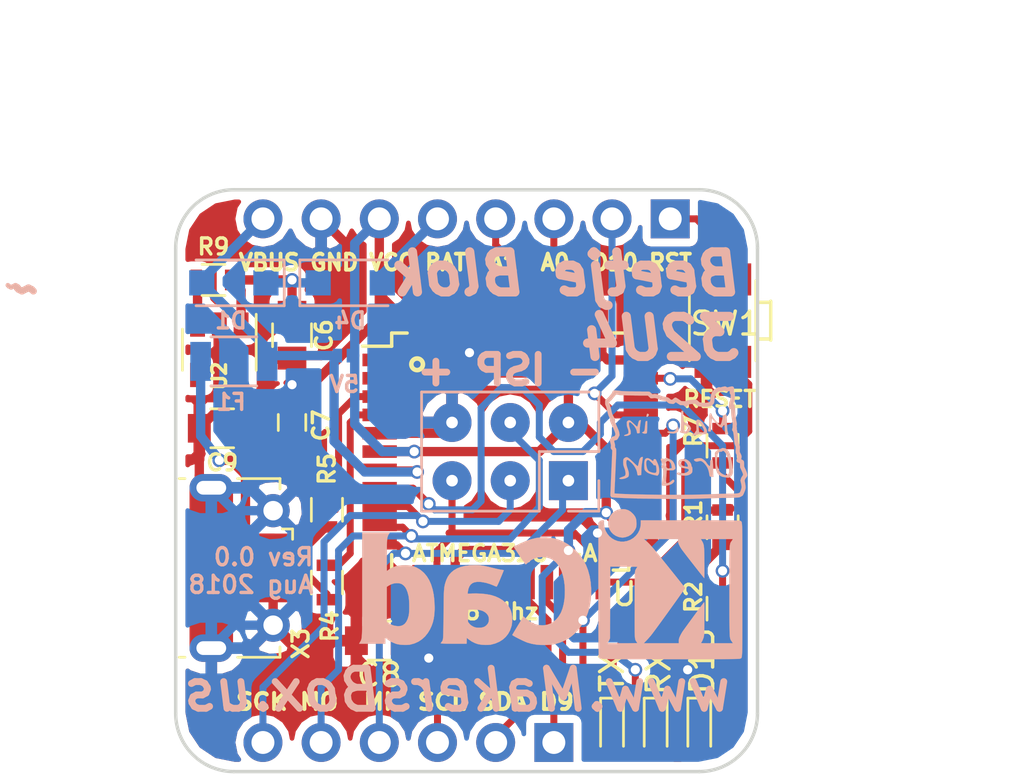
<source format=kicad_pcb>
(kicad_pcb (version 4) (host pcbnew 4.0.7)
  (title_block (title "Beetje 32U4 Blok") (date 2018-08-10) (rev 0.0) (company www.MakersBox.us) (comment 1 648.ken@gmail.com))
  (layers (0 F.Cu signal hide) (31 B.Cu signal hide) (34 B.Paste user) (35 F.Paste user) (36 B.SilkS user) (37 F.SilkS user hide) (38 B.Mask user) (39 F.Mask user) (44 Edge.Cuts user))
  (net 0 "")
  (net 1 GND)
  (net 2 /AREF)
  (net 3 VBUS)
  (net 4 +BATT)
  (net 5 /D4)
  (net 6 /D6)
  (net 7 /D8)
  (net 8 /D13)
  (net 9 /D12)
  (net 10 /D11)
  (net 11 /D10)
  (net 12 /D9)
  (net 13 /D7)
  (net 14 /SCL)
  (net 15 /SDA)
  (net 16 /D1)
  (net 17 /D0)
  (net 18 /A0)
  (net 19 /A1)
  (net 20 /A2)
  (net 21 /A3)
  (net 22 /A4)
  (net 23 /A5)
  (net 24 /SCK)
  (net 25 /MOSI)
  (net 26 /MISO)
  (net 27 "Net-(R4-Pad2)")
  (net 28 "Net-(R5-Pad2)")
  (net 29 "Net-(R9-Pad1)")
  (net 30 "Net-(U1-Pad2)")
  (net 31 "Net-(U1-Pad16)")
  (net 32 "Net-(U1-Pad17)")
  (net 33 /D5)
  (net 34 "Net-(U2-Pad4)")
  (net 35 "Net-(X3-Pad4)")
  (net 36 /RXLED)
  (net 37 /TXLED)
  (net 38 /VHI)
  (net 39 /~RESET)
  (net 40 /D+)
  (net 41 /D-)
  (net 42 VCC)
  (net 43 "Net-(D13-Pad2)")
  (net 44 "Net-(F1-Pad2)")
  (net 45 "Net-(D3-Pad1)")
  (net 46 "Net-(D5-Pad1)")
  (module footprints:LED_0603 (layer F.Cu) (at 161.29 109.855 270)
    (fp_text reference D3 hide)
    (fp_text value TX (at -2.413 0 270) (layer F.SilkS))
    (pad 2 smd rect (at 0.8 0 90) (size 0.8 0.8) (layers F.Cu F.Paste F.Mask) (net 42 VCC))
    (pad 1 smd rect (at -0.8 0 90) (size 0.8 0.8) (layers F.Cu F.Paste F.Mask) (net 45 "Net-(D3-Pad1)"))
  )
  (module footprints:Resonator_SMD_CTSC_1.3mmx3.2mm (layer F.Cu) (at 156.464 106.172 180)
    (fp_text reference Y1 hide)
    (fp_text value "8 Mhz" (at 0 1.397 180) (layer F.SilkS) (effects (font (size 0.7 0.7))))
    (pad 1 smd rect (at -1.2 0 180) (size 0.4 1.8) (layers F.Cu F.Paste F.Mask) (net 32 "Net-(U1-Pad17)"))
    (pad 2 smd rect (at 0 0 180) (size 0.4 1.8) (layers F.Cu F.Paste F.Mask) (net 1 GND))
    (pad 3 smd rect (at 1.2 0 180) (size 0.4 1.8) (layers F.Cu F.Paste F.Mask) (net 31 "Net-(U1-Pad16)"))
  )
  (module footprints:EVQ-P7A (layer F.Cu) (at 166.116 92.075 90)
    (fp_text reference SW1 (at -0.127 0.127 180) (layer F.SilkS))
    (fp_text value RESET (at -3.429 -0.127 180) (layer F.SilkS) (effects (font (size 0.7 0.7))))
    (pad 2 smd rect (at 1.8 0.725 90) (size 1.4 1.05) (layers F.Cu F.Paste F.Mask) (net 39 /~RESET))
    (pad 2 smd rect (at -1.8 0.725 90) (size 1.4 1.05) (layers F.Cu F.Paste F.Mask) (net 39 /~RESET))
    (pad 1 smd rect (at 1.8 -0.7 90) (size 1.4 1.05) (layers F.Cu F.Paste F.Mask) (net 1 GND))
    (pad 1 smd rect (at -1.8 -0.7 90) (size 1.4 1.05) (layers F.Cu F.Paste F.Mask) (net 1 GND))
  )
  (module footprints:Jumper (layer B.Cu) (at 149.606 93.599 180)
    (fp_text reference JMP1 hide)
    (fp_text value 5V (at 0 -1.25 180) (layer B.SilkS) (effects (font (size 0.7 0.7)) (justify mirror)))
    (pad 1 smd rect (at -0.3 0 180) (size 0.4 0.6) (layers B.Cu B.Paste B.Mask) (net 42 VCC))
    (pad 2 smd rect (at 0.3 0 180) (size 0.4 0.6) (layers B.Cu B.Paste B.Mask) (net 3 VBUS))
  )
  (module myFootPrints:MadeInOregonRev25 (layer F.Cu) (at 164.084 97.409)
    (fp_text reference VAL hide)
    (fp_text value MadeInOregonRev25 hide)
  )
  (module footprints:KiCad-Logo2_8mm_SilkScreen (layer B.Cu) (at 158.623 104.267 180)
    (fp_text reference REF*** hide)
    (fp_text value KiCad-Logo2_8mm_SilkScreen hide)
  )
  (module footprints:C_0805 (layer F.Cu) (at 147.32 92.71 270)
    (fp_text reference C6 (at 0 -1.397 270) (layer F.SilkS) (effects (font (size 0.7 0.7))))
    (fp_text value 10uF)
    (pad 1 smd rect (at -1 0 270) (size 1 1.25) (layers F.Cu F.Paste F.Mask) (net 38 /VHI))
    (pad 2 smd rect (at 1 0 270) (size 1 1.25) (layers F.Cu F.Paste F.Mask) (net 1 GND))
  )
  (module footprints:C_0603 (layer F.Cu) (at 147.32 96.52 90)
    (fp_text reference C7 (at -0.127 1.27 270) (layer F.SilkS) (effects (font (size 0.7 0.7))))
    (fp_text value 1uF)
    (pad 2 smd rect (at 0.75 0 90) (size 0.8 0.75) (layers F.Cu F.Paste F.Mask) (net 1 GND))
    (pad 1 smd rect (at -0.75 0 90) (size 0.8 0.75) (layers F.Cu F.Paste F.Mask) (net 42 VCC))
  )
  (module footprints:C_0805 (layer F.Cu) (at 151.13 106.045 180)
    (fp_text reference C8 (at 0 -1.5 180) (layer F.SilkS))
    (fp_text value 10uF)
    (pad 1 smd rect (at -1 0 180) (size 1 1.25) (layers F.Cu F.Paste F.Mask) (net 42 VCC))
    (pad 2 smd rect (at 1 0 180) (size 1 1.25) (layers F.Cu F.Paste F.Mask) (net 1 GND))
  )
  (module footprints:C_0805 (layer F.Cu) (at 144.272 96.774 180)
    (fp_text reference C9 (at 0 -1.5 180) (layer F.SilkS) (effects (font (size 0.7 0.7))))
    (fp_text value 10uF)
    (pad 1 smd rect (at -1 0 180) (size 1 1.25) (layers F.Cu F.Paste F.Mask) (net 42 VCC))
    (pad 2 smd rect (at 1 0 180) (size 1 1.25) (layers F.Cu F.Paste F.Mask) (net 1 GND))
  )
  (module footprints:Pin_Header_Straight_2x03_Pitch2.54mm (layer B.Cu) (at 159.385 99.06 90)
    (fp_text reference CON1 hide)
    (fp_text value AVR-ISP-6)
    (pad 1 thru_hole rect (at 0 0 90) (size 1.7 1.7) (drill 0.508) (layers *.Cu *.Mask) (net 26 /MISO))
    (pad 2 thru_hole oval (at 2.54 0 90) (size 1.7 1.7) (drill 0.508) (layers *.Cu *.Mask) (net 42 VCC))
    (pad 3 thru_hole oval (at 0 -2.54 90) (size 1.7 1.7) (drill 0.508) (layers *.Cu *.Mask) (net 24 /SCK))
    (pad 4 thru_hole oval (at 2.54 -2.54 90) (size 1.7 1.7) (drill 0.508) (layers *.Cu *.Mask) (net 25 /MOSI))
    (pad 5 thru_hole oval (at 0 -5.08 90) (size 1.7 1.7) (drill 0.508) (layers *.Cu *.Mask) (net 39 /~RESET))
    (pad 6 thru_hole oval (at 2.54 -5.08 90) (size 1.7 1.7) (drill 0.508) (layers *.Cu *.Mask) (net 1 GND))
  )
  (module footprints:D_SOD-123F (layer B.Cu) (at 144.78 90.424 180)
    (fp_text reference D1 (at 0.127 -1.651 180) (layer B.SilkS) (effects (font (size 0.7 0.7)) (justify mirror)))
    (fp_text value MBR120)
    (pad 1 smd rect (at -1.4 0 180) (size 1.1 1.1) (layers B.Cu B.Paste B.Mask) (net 38 /VHI))
    (pad 2 smd rect (at 1.4 0 180) (size 1.1 1.1) (layers B.Cu B.Paste B.Mask) (net 3 VBUS))
  )
  (module footprints:D_SOD-123F (layer B.Cu) (at 149.86 90.424)
    (fp_text reference D4 (at 0 1.651) (layer B.SilkS) (effects (font (size 0.7 0.7)) (justify mirror)))
    (fp_text value MBR120)
    (pad 1 smd rect (at -1.4 0) (size 1.1 1.1) (layers B.Cu B.Paste B.Mask) (net 38 /VHI))
    (pad 2 smd rect (at 1.4 0) (size 1.1 1.1) (layers B.Cu B.Paste B.Mask) (net 4 +BATT))
  )
  (module footprints:LED_0603 (layer F.Cu) (at 163.195 109.855 270)
    (fp_text reference D5 hide)
    (fp_text value RX (at -2.413 -0.127 270) (layer F.SilkS))
    (pad 2 smd rect (at 0.8 0 90) (size 0.8 0.8) (layers F.Cu F.Paste F.Mask) (net 42 VCC))
    (pad 1 smd rect (at -0.8 0 90) (size 0.8 0.8) (layers F.Cu F.Paste F.Mask) (net 46 "Net-(D5-Pad1)"))
  )
  (module footprints:LED_0603 (layer F.Cu) (at 165.1 109.855 270)
    (fp_text reference D13 (at -2.921 -0.127 270) (layer F.SilkS))
    (fp_text value D13)
    (pad 2 smd rect (at 0.8 0 90) (size 0.8 0.8) (layers F.Cu F.Paste F.Mask) (net 43 "Net-(D13-Pad2)"))
    (pad 1 smd rect (at -0.8 0 90) (size 0.8 0.8) (layers F.Cu F.Paste F.Mask) (net 1 GND))
  )
  (module footprints:R_1206 (layer B.Cu) (at 144.78 93.853 180)
    (fp_text reference F1 (at 0.127 -1.778 180) (layer B.SilkS) (effects (font (size 0.7 0.7)) (justify mirror)))
    (fp_text value Polyfuse)
    (pad 1 smd rect (at -1.45 0 180) (size 0.9 1.7) (layers B.Cu B.Paste B.Mask) (net 3 VBUS))
    (pad 2 smd rect (at 1.45 0 180) (size 0.9 1.7) (layers B.Cu B.Paste B.Mask) (net 44 "Net-(F1-Pad2)"))
  )
  (module footprints:Pin_Header_Straight_1x06_Pitch2.54mm (layer F.Cu) (at 158.75 110.49 270)
    (fp_text reference J2 hide)
    (fp_text value Conn_01x06)
    (pad 1 thru_hole rect (at 0 0 270) (size 1.7 1.7) (drill 1) (layers *.Cu *.Mask) (net 12 /D9))
    (pad 2 thru_hole oval (at 0 2.54 270) (size 1.7 1.7) (drill 1) (layers *.Cu *.Mask) (net 15 /SDA))
    (pad 3 thru_hole oval (at 0 5.08 270) (size 1.7 1.7) (drill 1) (layers *.Cu *.Mask) (net 14 /SCL))
    (pad 4 thru_hole oval (at 0 7.62 270) (size 1.7 1.7) (drill 1) (layers *.Cu *.Mask) (net 26 /MISO))
    (pad 5 thru_hole oval (at 0 10.16 270) (size 1.7 1.7) (drill 1) (layers *.Cu *.Mask) (net 25 /MOSI))
    (pad 6 thru_hole oval (at 0 12.7 270) (size 1.7 1.7) (drill 1) (layers *.Cu *.Mask) (net 24 /SCK))
  )
  (module footprints:Pin_Header_Straight_1x08_Pitch2.54mm (layer F.Cu) (at 163.83 87.63 270)
    (fp_text reference J4 hide)
    (fp_text value Conn_01x08)
    (pad 1 thru_hole rect (at 0 0 270) (size 1.7 1.7) (drill 1) (layers *.Cu *.Mask) (net 39 /~RESET))
    (pad 2 thru_hole oval (at 0 2.54 270) (size 1.7 1.7) (drill 1) (layers *.Cu *.Mask) (net 11 /D10))
    (pad 3 thru_hole oval (at 0 5.08 270) (size 1.7 1.7) (drill 1) (layers *.Cu *.Mask) (net 18 /A0))
    (pad 4 thru_hole oval (at 0 7.62 270) (size 1.7 1.7) (drill 1) (layers *.Cu *.Mask) (net 19 /A1))
    (pad 5 thru_hole oval (at 0 10.16 270) (size 1.7 1.7) (drill 1) (layers *.Cu *.Mask) (net 4 +BATT))
    (pad 6 thru_hole oval (at 0 12.7 270) (size 1.7 1.7) (drill 1) (layers *.Cu *.Mask) (net 42 VCC))
    (pad 7 thru_hole oval (at 0 15.24 270) (size 1.7 1.7) (drill 1) (layers *.Cu *.Mask) (net 1 GND))
    (pad 8 thru_hole oval (at 0 17.78 270) (size 1.7 1.7) (drill 1) (layers *.Cu *.Mask) (net 3 VBUS))
  )
  (module footprints:R_0603 (layer F.Cu) (at 166.116 101.092 270)
    (fp_text reference R1 (at -0.508 1.27 270) (layer F.SilkS) (effects (font (size 0.7 0.7))))
    (fp_text value 180)
    (pad 1 smd rect (at -0.75 0 270) (size 0.5 0.9) (layers F.Cu F.Paste F.Mask) (net 37 /TXLED))
    (pad 2 smd rect (at 0.75 0 270) (size 0.5 0.9) (layers F.Cu F.Paste F.Mask) (net 45 "Net-(D3-Pad1)"))
  )
  (module footprints:R_0603 (layer F.Cu) (at 166.116 104.648 270)
    (fp_text reference R2 (at -0.508 1.27 270) (layer F.SilkS) (effects (font (size 0.7 0.7))))
    (fp_text value 180)
    (pad 1 smd rect (at -0.75 0 270) (size 0.5 0.9) (layers F.Cu F.Paste F.Mask) (net 36 /RXLED))
    (pad 2 smd rect (at 0.75 0 270) (size 0.5 0.9) (layers F.Cu F.Paste F.Mask) (net 46 "Net-(D5-Pad1)"))
  )
  (module footprints:R_0603 (layer F.Cu) (at 148.844 103.505 270)
    (fp_text reference R4 (at 1.905 -0.127 270) (layer F.SilkS) (effects (font (size 0.7 0.7))))
    (fp_text value 22)
    (pad 1 smd rect (at -0.75 0 270) (size 0.5 0.9) (layers F.Cu F.Paste F.Mask) (net 40 /D+))
    (pad 2 smd rect (at 0.75 0 270) (size 0.5 0.9) (layers F.Cu F.Paste F.Mask) (net 27 "Net-(R4-Pad2)"))
  )
  (module footprints:R_0603 (layer F.Cu) (at 148.844 100.33 270)
    (fp_text reference R5 (at -1.778 0 270) (layer F.SilkS) (effects (font (size 0.7 0.7))))
    (fp_text value 22)
    (pad 1 smd rect (at -0.75 0 270) (size 0.5 0.9) (layers F.Cu F.Paste F.Mask) (net 41 /D-))
    (pad 2 smd rect (at 0.75 0 270) (size 0.5 0.9) (layers F.Cu F.Paste F.Mask) (net 28 "Net-(R5-Pad2)"))
  )
  (module footprints:R_0603 (layer F.Cu) (at 166.116 97.536 90)
    (fp_text reference R7 (at 0.635 -1.27 90) (layer F.SilkS) (effects (font (size 0.7 0.7))))
    (fp_text value 180)
    (pad 1 smd rect (at -0.75 0 90) (size 0.5 0.9) (layers F.Cu F.Paste F.Mask) (net 43 "Net-(D13-Pad2)"))
    (pad 2 smd rect (at 0.75 0 90) (size 0.5 0.9) (layers F.Cu F.Paste F.Mask) (net 8 /D13))
  )
  (module footprints:R_0603 (layer F.Cu) (at 143.891 90.297)
    (fp_text reference R9 (at 0 -1.45) (layer F.SilkS) (effects (font (size 0.7 0.7))))
    (fp_text value 100K)
    (pad 1 smd rect (at -0.75 0) (size 0.5 0.9) (layers F.Cu F.Paste F.Mask) (net 29 "Net-(R9-Pad1)"))
    (pad 2 smd rect (at 0.75 0) (size 0.5 0.9) (layers F.Cu F.Paste F.Mask) (net 38 /VHI))
  )
  (module footprints:TQFP-44_10x10mm_Pitch0.8mm (layer F.Cu) (at 156.845 97.79)
    (fp_text reference U1 (at 5.461 6.223) (layer F.SilkS))
    (fp_text value ATMEGA32U4-AU (at 0.127 4.445) (layer F.SilkS) (effects (font (size 0.7 0.7))))
    (pad 1 smd rect (at -5.7 -4) (size 1.5 0.55) (layers F.Cu F.Paste F.Mask) (net 13 /D7))
    (pad 2 smd rect (at -5.7 -3.2) (size 1.5 0.55) (layers F.Cu F.Paste F.Mask) (net 30 "Net-(U1-Pad2)"))
    (pad 3 smd rect (at -5.7 -2.4) (size 1.5 0.55) (layers F.Cu F.Paste F.Mask) (net 41 /D-))
    (pad 4 smd rect (at -5.7 -1.6) (size 1.5 0.55) (layers F.Cu F.Paste F.Mask) (net 40 /D+))
    (pad 5 smd rect (at -5.7 -0.8) (size 1.5 0.55) (layers F.Cu F.Paste F.Mask) (net 1 GND))
    (pad 6 smd rect (at -5.7 0) (size 1.5 0.55) (layers F.Cu F.Paste F.Mask) (net 42 VCC))
    (pad 7 smd rect (at -5.7 0.8) (size 1.5 0.55) (layers F.Cu F.Paste F.Mask) (net 3 VBUS))
    (pad 8 smd rect (at -5.7 1.6) (size 1.5 0.55) (layers F.Cu F.Paste F.Mask) (net 36 /RXLED))
    (pad 9 smd rect (at -5.7 2.4) (size 1.5 0.55) (layers F.Cu F.Paste F.Mask) (net 24 /SCK))
    (pad 10 smd rect (at -5.7 3.2) (size 1.5 0.55) (layers F.Cu F.Paste F.Mask) (net 25 /MOSI))
    (pad 11 smd rect (at -5.7 4) (size 1.5 0.55) (layers F.Cu F.Paste F.Mask) (net 26 /MISO))
    (pad 12 smd rect (at -4 5.7 90) (size 1.5 0.55) (layers F.Cu F.Paste F.Mask) (net 10 /D11))
    (pad 13 smd rect (at -3.2 5.7 90) (size 1.5 0.55) (layers F.Cu F.Paste F.Mask) (net 39 /~RESET))
    (pad 14 smd rect (at -2.4 5.7 90) (size 1.5 0.55) (layers F.Cu F.Paste F.Mask) (net 42 VCC))
    (pad 15 smd rect (at -1.6 5.7 90) (size 1.5 0.55) (layers F.Cu F.Paste F.Mask) (net 1 GND))
    (pad 16 smd rect (at -0.8 5.7 90) (size 1.5 0.55) (layers F.Cu F.Paste F.Mask) (net 31 "Net-(U1-Pad16)"))
    (pad 17 smd rect (at 0 5.7 90) (size 1.5 0.55) (layers F.Cu F.Paste F.Mask) (net 32 "Net-(U1-Pad17)"))
    (pad 18 smd rect (at 0.8 5.7 90) (size 1.5 0.55) (layers F.Cu F.Paste F.Mask) (net 14 /SCL))
    (pad 19 smd rect (at 1.6 5.7 90) (size 1.5 0.55) (layers F.Cu F.Paste F.Mask) (net 15 /SDA))
    (pad 20 smd rect (at 2.4 5.7 90) (size 1.5 0.55) (layers F.Cu F.Paste F.Mask) (net 17 /D0))
    (pad 21 smd rect (at 3.2 5.7 90) (size 1.5 0.55) (layers F.Cu F.Paste F.Mask) (net 16 /D1))
    (pad 22 smd rect (at 4 5.7 90) (size 1.5 0.55) (layers F.Cu F.Paste F.Mask) (net 37 /TXLED))
    (pad 23 smd rect (at 5.7 4) (size 1.5 0.55) (layers F.Cu F.Paste F.Mask) (net 1 GND))
    (pad 24 smd rect (at 5.7 3.2) (size 1.5 0.55) (layers F.Cu F.Paste F.Mask) (net 42 VCC))
    (pad 25 smd rect (at 5.7 2.4) (size 1.5 0.55) (layers F.Cu F.Paste F.Mask) (net 5 /D4))
    (pad 26 smd rect (at 5.7 1.6) (size 1.5 0.55) (layers F.Cu F.Paste F.Mask) (net 9 /D12))
    (pad 27 smd rect (at 5.7 0.8) (size 1.5 0.55) (layers F.Cu F.Paste F.Mask) (net 6 /D6))
    (pad 28 smd rect (at 5.7 0) (size 1.5 0.55) (layers F.Cu F.Paste F.Mask) (net 7 /D8))
    (pad 29 smd rect (at 5.7 -0.8) (size 1.5 0.55) (layers F.Cu F.Paste F.Mask) (net 12 /D9))
    (pad 30 smd rect (at 5.7 -1.6) (size 1.5 0.55) (layers F.Cu F.Paste F.Mask) (net 11 /D10))
    (pad 31 smd rect (at 5.7 -2.4) (size 1.5 0.55) (layers F.Cu F.Paste F.Mask) (net 33 /D5))
    (pad 32 smd rect (at 5.7 -3.2) (size 1.5 0.55) (layers F.Cu F.Paste F.Mask) (net 8 /D13))
    (pad 33 smd rect (at 5.7 -4) (size 1.5 0.55) (layers F.Cu F.Paste F.Mask) (net 42 VCC))
    (pad 34 smd rect (at 4 -5.7 90) (size 1.5 0.55) (layers F.Cu F.Paste F.Mask) (net 42 VCC))
    (pad 35 smd rect (at 3.2 -5.7 90) (size 1.5 0.55) (layers F.Cu F.Paste F.Mask) (net 1 GND))
    (pad 36 smd rect (at 2.4 -5.7 90) (size 1.5 0.55) (layers F.Cu F.Paste F.Mask) (net 18 /A0))
    (pad 37 smd rect (at 1.6 -5.7 90) (size 1.5 0.55) (layers F.Cu F.Paste F.Mask) (net 19 /A1))
    (pad 38 smd rect (at 0.8 -5.7 90) (size 1.5 0.55) (layers F.Cu F.Paste F.Mask) (net 20 /A2))
    (pad 39 smd rect (at 0 -5.7 90) (size 1.5 0.55) (layers F.Cu F.Paste F.Mask) (net 21 /A3))
    (pad 40 smd rect (at -0.8 -5.7 90) (size 1.5 0.55) (layers F.Cu F.Paste F.Mask) (net 22 /A4))
    (pad 41 smd rect (at -1.6 -5.7 90) (size 1.5 0.55) (layers F.Cu F.Paste F.Mask) (net 23 /A5))
    (pad 42 smd rect (at -2.4 -5.7 90) (size 1.5 0.55) (layers F.Cu F.Paste F.Mask) (net 2 /AREF))
    (pad 43 smd rect (at -3.2 -5.7 90) (size 1.5 0.55) (layers F.Cu F.Paste F.Mask) (net 1 GND))
    (pad 44 smd rect (at -4 -5.7 90) (size 1.5 0.55) (layers F.Cu F.Paste F.Mask) (net 42 VCC))
  )
  (module footprints:SOT-23-5 (layer F.Cu) (at 144.145 93.345 270)
    (fp_text reference U2 (at 1.143 0 270) (layer F.SilkS) (effects (font (size 0.6 0.6))))
    (fp_text value MIC5225-3.3)
    (pad 1 smd rect (at -1.1 -0.95 270) (size 1.06 0.65) (layers F.Cu F.Paste F.Mask) (net 38 /VHI))
    (pad 2 smd rect (at -1.1 0 270) (size 1.06 0.65) (layers F.Cu F.Paste F.Mask) (net 1 GND))
    (pad 3 smd rect (at -1.1 0.95 270) (size 1.06 0.65) (layers F.Cu F.Paste F.Mask) (net 29 "Net-(R9-Pad1)"))
    (pad 4 smd rect (at 1.1 0.95 270) (size 1.06 0.65) (layers F.Cu F.Paste F.Mask) (net 34 "Net-(U2-Pad4)"))
    (pad 5 smd rect (at 1.1 -0.95 270) (size 1.06 0.65) (layers F.Cu F.Paste F.Mask) (net 42 VCC))
  )
  (module footprints:USB_Micro-B_Molex-105017-0001 (layer F.Cu) (at 144.145 102.87 270)
    (fp_text reference X3 (at 3.302 -3.556 270) (layer F.SilkS) (effects (font (size 0.7 0.7))))
    (fp_text value USB_OTG)
    (pad 6 smd rect (at 1 0.35 270) (size 1.5 1.9) (layers F.Cu F.Paste F.Mask) (net 1 GND))
    (pad 6 thru_hole circle (at -2.5 -2.35 270) (size 1.45 1.45) (drill 0.85) (layers *.Cu *.Mask) (net 1 GND))
    (pad 2 smd rect (at -0.65 -2.35 270) (size 0.4 1.35) (layers F.Cu F.Paste F.Mask) (net 28 "Net-(R5-Pad2)"))
    (pad 1 smd rect (at -1.3 -2.35 270) (size 0.4 1.35) (layers F.Cu F.Paste F.Mask) (net 44 "Net-(F1-Pad2)"))
    (pad 5 smd rect (at 1.3 -2.35 270) (size 0.4 1.35) (layers F.Cu F.Paste F.Mask) (net 1 GND))
    (pad 4 smd rect (at 0.65 -2.35 270) (size 0.4 1.35) (layers F.Cu F.Paste F.Mask) (net 35 "Net-(X3-Pad4)"))
    (pad 3 smd rect (at 0 -2.35 270) (size 0.4 1.35) (layers F.Cu F.Paste F.Mask) (net 27 "Net-(R4-Pad2)"))
    (pad 6 thru_hole circle (at 2.5 -2.35 270) (size 1.45 1.45) (drill 0.85) (layers *.Cu *.Mask) (net 1 GND))
    (pad 6 smd rect (at -1 0.35 270) (size 1.5 1.9) (layers F.Cu F.Paste F.Mask) (net 1 GND))
    (pad 6 thru_hole oval (at -3.5 0.35 90) (size 1.2 1.9) (drill oval 0.6 1.3) (layers *.Cu *.Mask) (net 1 GND))
    (pad 6 thru_hole oval (at 3.5 0.35 270) (size 1.2 1.9) (drill oval 0.6 1.3) (layers *.Cu *.Mask) (net 1 GND))
    (pad 6 smd rect (at 2.9 0.35 270) (size 1.2 1.9) (layers F.Cu F.Mask) (net 1 GND))
    (pad 6 smd rect (at -2.9 0.35 270) (size 1.2 1.9) (layers F.Cu F.Mask) (net 1 GND))
  )
  (gr_text "Rev 0.0\nAug 2018" (at 148.336 102.997) (layer B.SilkS) (effects (font (size 0.75 0.75)) (justify left mirror)))
  (gr_text "VBUS GND VCC BAT  A1  A0  D10 RST" (at 144.907 89.535) (layer F.SilkS) (effects (font (size 0.7 0.675) (thickness 0.16875)) (justify left)))
  (gr_line (start 142.24 109.22) (end 142.24 88.9) (angle 90) (layer Edge.Cuts) (width 0.15))
  (gr_line (start 165.1 111.76) (end 144.78 111.76) (angle 90) (layer Edge.Cuts) (width 0.15))
  (gr_line (start 167.64 88.9) (end 167.64 109.22) (angle 90) (layer Edge.Cuts) (width 0.15))
  (gr_line (start 144.78 86.36) (end 165.1 86.36) (angle 90) (layer Edge.Cuts) (width 0.15))
  (gr_arc (start 144.78 88.9) (end 142.24 88.9) (angle 90) (layer Edge.Cuts) (width 0.15))
  (gr_arc (start 144.78 109.22) (end 144.78 111.76) (angle 90) (layer Edge.Cuts) (width 0.15))
  (gr_arc (start 165.1 109.22) (end 167.64 109.22) (angle 90) (layer Edge.Cuts) (width 0.15))
  (gr_arc (start 165.1 88.9) (end 165.1 86.36) (angle 90) (layer Edge.Cuts) (width 0.15))
  (gr_text "- ISP +" (at 156.845 94.234) (layer B.SilkS) (effects (font (size 1.25 1.25) (thickness 0.3)) (justify mirror)))
  (gr_circle (center 152.781 93.98) (end 152.781 93.726) (layer F.SilkS) (width 0.2))
  (gr_text www.MakersBox.us (at 166.751 108.204) (layer B.SilkS) (effects (font (size 1.75 1.75) (thickness 0.3) italic) (justify left mirror)))
  (gr_text "Beetje Blok\n32U4" (at 167.132 91.44) (layer B.SilkS) (effects (font (size 1.75 1.75) (thickness 0.4) italic) (justify left mirror)))
  (gr_text ~ (at 135.636 90.678) (layer B.SilkS) (effects (font (size 1.5 1.5) (thickness 0.3)) (justify mirror)))
  (gr_text ~ (at 135.128 90.551) (layer B.SilkS) (effects (font (size 1 1) (thickness 0.2)) (justify mirror)))
  (gr_text "SCK MO  MI  SCL SDA D9" (at 144.78 108.712) (layer F.SilkS) (effects (font (size 0.7 0.75) (thickness 0.175)) (justify left)))
  (segment (start 162.545 101.79) (end 161.099 101.79) (width 0.4064) (layer F.Cu) (net 1))
  (segment (start 163.195 105.918) (end 164.592 107.315) (width 0.4064) (layer B.Cu) (net 1))
  (segment (start 159.639 105.918) (end 163.195 105.918) (width 0.4064) (layer B.Cu) (net 1))
  (segment (start 159.131 105.41) (end 159.639 105.918) (width 0.4064) (layer B.Cu) (net 1))
  (segment (start 159.131 104.14) (end 159.131 105.41) (width 0.4064) (layer B.Cu) (net 1))
  (segment (start 160.528 102.743) (end 159.131 104.14) (width 0.4064) (layer B.Cu) (net 1))
  (segment (start 160.528 101.219) (end 160.528 102.743) (width 0.4064) (layer B.Cu) (net 1))
  (segment (start 160.655 101.346) (end 160.528 101.219) (width 0.4064) (layer B.Cu) (net 1))
  (via (at 160.655 101.346) (size 0.6) (drill 0.4) (layers F.Cu B.Cu) (net 1))
  (segment (start 161.099 101.79) (end 160.655 101.346) (width 0.4064) (layer F.Cu) (net 1))
  (segment (start 165.1 109.055) (end 165.1 107.823) (width 0.3048) (layer F.Cu) (net 1))
  (segment (start 165.1 107.823) (end 164.592 107.315) (width 0.3048) (layer F.Cu) (net 1))
  (via (at 164.592 107.315) (size 0.6) (drill 0.4) (layers F.Cu B.Cu) (net 1))
  (segment (start 153.289 106.807) (end 154.432 106.807) (width 0.3048) (layer F.Cu) (net 1))
  (segment (start 164.592 107.315) (end 163.195 108.712) (width 0.3048) (layer B.Cu) (net 1))
  (segment (start 163.195 108.712) (end 155.194 108.712) (width 0.3048) (layer B.Cu) (net 1))
  (segment (start 155.194 108.712) (end 153.289 106.807) (width 0.3048) (layer B.Cu) (net 1))
  (via (at 153.289 106.807) (size 0.6) (drill 0.4) (layers F.Cu B.Cu) (net 1))
  (segment (start 147.32 94.869) (end 147.32 99.545) (width 0.4064) (layer B.Cu) (net 1))
  (via (at 147.32 94.869) (size 0.6) (drill 0.4) (layers F.Cu B.Cu) (net 1))
  (segment (start 147.32 99.545) (end 146.495 100.37) (width 0.4064) (layer B.Cu) (net 1))
  (segment (start 147.32 93.71) (end 146.669 93.71) (width 0.4064) (layer F.Cu) (net 1))
  (segment (start 146.304 93.345) (end 144.145 93.345) (width 0.4064) (layer F.Cu) (net 1))
  (segment (start 146.669 93.71) (end 146.304 93.345) (width 0.4064) (layer F.Cu) (net 1))
  (segment (start 160.045 92.09) (end 160.045 90.526) (width 0.4064) (layer F.Cu) (net 1))
  (segment (start 160.296 90.275) (end 165.416 90.275) (width 0.4064) (layer F.Cu) (net 1))
  (segment (start 160.045 90.526) (end 160.296 90.275) (width 0.4064) (layer F.Cu) (net 1))
  (segment (start 162.545 101.79) (end 163.386 101.79) (width 0.3048) (layer F.Cu) (net 1))
  (segment (start 165.416 95.442) (end 165.416 93.875) (width 0.3048) (layer F.Cu) (net 1))
  (segment (start 164.973 95.885) (end 165.416 95.442) (width 0.3048) (layer F.Cu) (net 1))
  (segment (start 164.973 96.774) (end 164.973 95.885) (width 0.3048) (layer F.Cu) (net 1))
  (segment (start 163.957 97.79) (end 164.973 96.774) (width 0.3048) (layer F.Cu) (net 1))
  (segment (start 163.957 101.219) (end 163.957 97.79) (width 0.3048) (layer F.Cu) (net 1))
  (segment (start 163.386 101.79) (end 163.957 101.219) (width 0.3048) (layer F.Cu) (net 1))
  (segment (start 165.416 90.275) (end 165.416 93.875) (width 0.3048) (layer F.Cu) (net 1))
  (segment (start 155.067 93.472) (end 159.766 93.472) (width 0.4064) (layer F.Cu) (net 1))
  (segment (start 160.045 93.193) (end 160.045 92.09) (width 0.4064) (layer F.Cu) (net 1))
  (segment (start 159.766 93.472) (end 160.045 93.193) (width 0.4064) (layer F.Cu) (net 1))
  (segment (start 154.305 96.52) (end 154.305 94.234) (width 0.4064) (layer B.Cu) (net 1))
  (segment (start 153.67 93.091) (end 153.67 92.115) (width 0.4064) (layer F.Cu) (net 1))
  (segment (start 154.051 93.472) (end 153.67 93.091) (width 0.4064) (layer F.Cu) (net 1))
  (segment (start 155.067 93.472) (end 154.051 93.472) (width 0.4064) (layer F.Cu) (net 1))
  (via (at 155.067 93.472) (size 0.6) (drill 0.4) (layers F.Cu B.Cu) (net 1))
  (segment (start 154.305 94.234) (end 155.067 93.472) (width 0.4064) (layer B.Cu) (net 1))
  (segment (start 153.67 92.115) (end 153.645 92.09) (width 0.4064) (layer F.Cu) (net 1))
  (segment (start 150.13 106.045) (end 150.13 106.696) (width 0.3048) (layer F.Cu) (net 1))
  (segment (start 153.924 107.696) (end 154.432 107.188) (width 0.3048) (layer F.Cu) (net 1))
  (segment (start 151.13 107.696) (end 153.924 107.696) (width 0.3048) (layer F.Cu) (net 1))
  (segment (start 150.13 106.696) (end 151.13 107.696) (width 0.3048) (layer F.Cu) (net 1))
  (segment (start 150.13 106.045) (end 147.17 106.045) (width 0.4064) (layer F.Cu) (net 1))
  (segment (start 147.17 106.045) (end 146.495 105.37) (width 0.4064) (layer F.Cu) (net 1))
  (segment (start 156.464 106.172) (end 156.464 107.188) (width 0.3048) (layer F.Cu) (net 1))
  (segment (start 156.464 107.188) (end 156.083 107.569) (width 0.3048) (layer F.Cu) (net 1))
  (segment (start 156.083 107.569) (end 154.813 107.569) (width 0.3048) (layer F.Cu) (net 1))
  (segment (start 154.813 107.569) (end 154.432 107.188) (width 0.3048) (layer F.Cu) (net 1))
  (segment (start 155.245 104.47) (end 155.245 103.49) (width 0.3048) (layer F.Cu) (net 1))
  (segment (start 154.432 105.283) (end 155.245 104.47) (width 0.3048) (layer F.Cu) (net 1))
  (segment (start 154.432 106.172) (end 154.432 105.283) (width 0.3048) (layer F.Cu) (net 1))
  (segment (start 154.432 107.188) (end 154.432 106.807) (width 0.3048) (layer F.Cu) (net 1))
  (segment (start 154.432 106.807) (end 154.432 106.172) (width 0.3048) (layer F.Cu) (net 1))
  (segment (start 151.145 96.99) (end 153.835 96.99) (width 0.4064) (layer F.Cu) (net 1))
  (segment (start 153.835 96.99) (end 154.305 96.52) (width 0.3048) (layer F.Cu) (net 1))
  (segment (start 146.495 100.37) (end 144.795 100.37) (width 0.4064) (layer B.Cu) (net 1))
  (segment (start 144.795 100.37) (end 143.795 99.37) (width 0.4064) (layer B.Cu) (net 1))
  (segment (start 146.495 105.37) (end 144.795 105.37) (width 0.4064) (layer B.Cu) (net 1))
  (segment (start 144.795 105.37) (end 143.795 106.37) (width 0.4064) (layer B.Cu) (net 1))
  (segment (start 146.495 104.17) (end 146.495 105.37) (width 0.4064) (layer F.Cu) (net 1))
  (segment (start 143.795 99.37) (end 143.795 106.37) (width 0.4064) (layer F.Cu) (net 1))
  (segment (start 143.272 96.774) (end 143.272 98.847) (width 0.4064) (layer F.Cu) (net 1))
  (segment (start 143.272 98.847) (end 143.795 99.37) (width 0.4064) (layer F.Cu) (net 1))
  (segment (start 144.145 92.245) (end 144.145 93.345) (width 0.4064) (layer F.Cu) (net 1))
  (segment (start 144.145 93.345) (end 144.145 95.901) (width 0.4064) (layer F.Cu) (net 1))
  (segment (start 144.145 95.901) (end 143.272 96.774) (width 0.4064) (layer F.Cu) (net 1))
  (segment (start 147.32 93.71) (end 147.32 94.869) (width 0.4064) (layer F.Cu) (net 1))
  (segment (start 147.32 94.869) (end 147.32 95.77) (width 0.4064) (layer F.Cu) (net 1))
  (segment (start 149.606 92.583) (end 148.59 93.599) (width 0.4064) (layer F.Cu) (net 1))
  (segment (start 148.59 87.63) (end 149.86 88.9) (width 0.4064) (layer F.Cu) (net 1))
  (segment (start 149.86 92.329) (end 149.86 88.9) (width 0.4064) (layer F.Cu) (net 1))
  (segment (start 149.606 92.583) (end 149.86 92.329) (width 0.4064) (layer F.Cu) (net 1))
  (segment (start 148.59 93.599) (end 147.431 93.599) (width 0.4064) (layer F.Cu) (net 1))
  (segment (start 147.431 93.599) (end 147.32 93.71) (width 0.4064) (layer F.Cu) (net 1))
  (segment (start 147.32 93.71) (end 147.463 93.71) (width 0.4064) (layer F.Cu) (net 1))
  (segment (start 143.272 96.774) (end 143.272 96.758) (width 0.4064) (layer F.Cu) (net 1))
  (segment (start 152.781 98.679) (end 150.495 98.679) (width 0.4064) (layer B.Cu) (net 3))
  (segment (start 152.692 98.59) (end 152.781 98.679) (width 0.3048) (layer F.Cu) (net 3))
  (via (at 152.781 98.679) (size 0.6) (drill 0.4) (layers F.Cu B.Cu) (net 3))
  (segment (start 151.145 98.59) (end 152.692 98.59) (width 0.3048) (layer F.Cu) (net 3))
  (segment (start 149.156 97.34) (end 149.156 93.599) (width 0.4064) (layer B.Cu) (net 3))
  (segment (start 150.495 98.679) (end 149.156 97.34) (width 0.4064) (layer B.Cu) (net 3))
  (segment (start 149.156 93.599) (end 146.484 93.599) (width 0.4064) (layer B.Cu) (net 3))
  (segment (start 146.484 93.599) (end 146.23 93.853) (width 0.4064) (layer B.Cu) (net 3))
  (segment (start 146.23 93.853) (end 146.23 93.274) (width 0.4064) (layer B.Cu) (net 3))
  (segment (start 146.23 93.274) (end 143.38 90.424) (width 0.4064) (layer B.Cu) (net 3))
  (segment (start 143.38 90.424) (end 143.38 90.3) (width 0.4064) (layer B.Cu) (net 3))
  (segment (start 143.38 90.3) (end 146.05 87.63) (width 0.4064) (layer B.Cu) (net 3))
  (segment (start 143.33 90.474) (end 143.38 90.424) (width 0.4064) (layer B.Cu) (net 3))
  (segment (start 151.26 90.424) (end 151.26 90.04) (width 0.4064) (layer B.Cu) (net 4))
  (segment (start 151.26 90.04) (end 153.67 87.63) (width 0.4064) (layer B.Cu) (net 4))
  (segment (start 166.116 96.786) (end 166.116 96.012) (width 0.3048) (layer F.Cu) (net 8))
  (segment (start 163.805 94.59) (end 162.545 94.59) (width 0.3048) (layer F.Cu) (net 8))
  (segment (start 163.83 94.615) (end 163.805 94.59) (width 0.3048) (layer F.Cu) (net 8))
  (via (at 163.83 94.615) (size 0.6) (drill 0.4) (layers F.Cu B.Cu) (net 8))
  (segment (start 164.719 94.615) (end 163.83 94.615) (width 0.3048) (layer B.Cu) (net 8))
  (segment (start 166.116 96.012) (end 164.719 94.615) (width 0.3048) (layer B.Cu) (net 8))
  (via (at 166.116 96.012) (size 0.6) (drill 0.4) (layers F.Cu B.Cu) (net 8))
  (segment (start 162.545 96.19) (end 161.468 96.19) (width 0.3048) (layer F.Cu) (net 11))
  (segment (start 161.29 94.488) (end 161.29 87.63) (width 0.3048) (layer B.Cu) (net 11))
  (segment (start 160.528 95.25) (end 161.29 94.488) (width 0.3048) (layer B.Cu) (net 11))
  (via (at 160.528 95.25) (size 0.6) (drill 0.4) (layers F.Cu B.Cu) (net 11))
  (segment (start 161.468 96.19) (end 160.528 95.25) (width 0.3048) (layer F.Cu) (net 11))
  (segment (start 158.75 110.49) (end 158.75 108.585) (width 0.3048) (layer F.Cu) (net 12))
  (segment (start 163.614 96.99) (end 162.545 96.99) (width 0.3048) (layer F.Cu) (net 12))
  (segment (start 163.957 96.647) (end 163.614 96.99) (width 0.3048) (layer F.Cu) (net 12))
  (via (at 163.957 96.647) (size 0.6) (drill 0.4) (layers F.Cu B.Cu) (net 12))
  (segment (start 163.957 101.219) (end 163.957 96.647) (width 0.3048) (layer B.Cu) (net 12))
  (segment (start 160.02 105.156) (end 163.957 101.219) (width 0.3048) (layer B.Cu) (net 12))
  (via (at 160.02 105.156) (size 0.6) (drill 0.4) (layers F.Cu B.Cu) (net 12))
  (segment (start 160.02 107.315) (end 160.02 105.156) (width 0.3048) (layer F.Cu) (net 12))
  (segment (start 158.75 108.585) (end 160.02 107.315) (width 0.3048) (layer F.Cu) (net 12))
  (segment (start 157.645 103.49) (end 157.645 104.305) (width 0.3048) (layer F.Cu) (net 14))
  (segment (start 153.67 109.22) (end 153.67 110.49) (width 0.3048) (layer F.Cu) (net 14))
  (segment (start 154.813 108.077) (end 153.67 109.22) (width 0.3048) (layer F.Cu) (net 14))
  (segment (start 157.607 108.077) (end 154.813 108.077) (width 0.3048) (layer F.Cu) (net 14))
  (segment (start 158.496 107.188) (end 157.607 108.077) (width 0.3048) (layer F.Cu) (net 14))
  (segment (start 158.496 105.156) (end 158.496 107.188) (width 0.3048) (layer F.Cu) (net 14))
  (segment (start 157.645 104.305) (end 158.496 105.156) (width 0.3048) (layer F.Cu) (net 14))
  (segment (start 156.21 110.49) (end 156.21 110.236) (width 0.3048) (layer F.Cu) (net 15))
  (segment (start 156.21 110.236) (end 159.131 107.315) (width 0.3048) (layer F.Cu) (net 15))
  (segment (start 159.131 107.315) (end 159.131 105.029) (width 0.3048) (layer F.Cu) (net 15))
  (segment (start 159.131 105.029) (end 158.445 104.343) (width 0.3048) (layer F.Cu) (net 15))
  (segment (start 158.445 104.343) (end 158.445 103.49) (width 0.3048) (layer F.Cu) (net 15))
  (segment (start 159.245 92.09) (end 159.245 90.157) (width 0.3048) (layer F.Cu) (net 18))
  (segment (start 158.75 89.662) (end 158.75 87.63) (width 0.3048) (layer F.Cu) (net 18))
  (segment (start 159.245 90.157) (end 158.75 89.662) (width 0.3048) (layer F.Cu) (net 18))
  (segment (start 158.445 92.09) (end 158.445 91.008) (width 0.3048) (layer F.Cu) (net 19))
  (segment (start 156.21 88.773) (end 156.21 87.63) (width 0.3048) (layer F.Cu) (net 19))
  (segment (start 158.445 91.008) (end 156.21 88.773) (width 0.3048) (layer F.Cu) (net 19))
  (segment (start 153.035 100.838) (end 152.781 100.584) (width 0.3048) (layer B.Cu) (net 24))
  (segment (start 146.05 108.077) (end 146.05 110.49) (width 0.3048) (layer B.Cu) (net 24))
  (segment (start 148.717 105.41) (end 146.05 108.077) (width 0.3048) (layer B.Cu) (net 24))
  (segment (start 148.717 101.727) (end 148.717 105.41) (width 0.3048) (layer B.Cu) (net 24))
  (segment (start 149.86 100.584) (end 148.717 101.727) (width 0.3048) (layer B.Cu) (net 24))
  (segment (start 152.781 100.584) (end 149.86 100.584) (width 0.3048) (layer B.Cu) (net 24))
  (segment (start 156.845 99.06) (end 156.845 100.33) (width 0.3048) (layer B.Cu) (net 24))
  (segment (start 152.159 100.19) (end 151.145 100.19) (width 0.3048) (layer F.Cu) (net 24))
  (segment (start 152.387 100.19) (end 152.159 100.19) (width 0.3048) (layer F.Cu) (net 24))
  (segment (start 153.035 100.838) (end 152.387 100.19) (width 0.3048) (layer F.Cu) (net 24))
  (via (at 153.035 100.838) (size 0.6) (drill 0.4) (layers F.Cu B.Cu) (net 24))
  (segment (start 156.337 100.838) (end 153.035 100.838) (width 0.3048) (layer B.Cu) (net 24))
  (segment (start 156.845 100.33) (end 156.337 100.838) (width 0.3048) (layer B.Cu) (net 24))
  (segment (start 156.845 99.187) (end 156.845 99.06) (width 0.3048) (layer B.Cu) (net 24))
  (segment (start 152.527 101.473) (end 152.146 101.092) (width 0.3048) (layer F.Cu) (net 25))
  (segment (start 152.146 101.092) (end 151.247 101.092) (width 0.3048) (layer F.Cu) (net 25))
  (segment (start 151.247 101.092) (end 151.145 100.99) (width 0.3048) (layer F.Cu) (net 25))
  (segment (start 149.352 102.362) (end 149.352 102.108) (width 0.3048) (layer B.Cu) (net 25))
  (segment (start 148.59 110.49) (end 148.59 108.077) (width 0.3048) (layer B.Cu) (net 25))
  (segment (start 149.352 107.315) (end 149.352 102.362) (width 0.3048) (layer B.Cu) (net 25))
  (segment (start 148.59 108.077) (end 149.352 107.315) (width 0.3048) (layer B.Cu) (net 25))
  (segment (start 149.987 101.473) (end 152.527 101.473) (width 0.3048) (layer B.Cu) (net 25))
  (segment (start 149.352 102.108) (end 149.987 101.473) (width 0.3048) (layer B.Cu) (net 25))
  (segment (start 156.845 96.52) (end 156.845 96.901) (width 0.3048) (layer B.Cu) (net 25))
  (segment (start 156.845 96.901) (end 158.115 98.171) (width 0.3048) (layer B.Cu) (net 25))
  (segment (start 158.115 98.171) (end 158.115 100.203) (width 0.3048) (layer B.Cu) (net 25))
  (segment (start 156.845 101.6) (end 158.115 100.203) (width 0.3048) (layer B.Cu) (net 25))
  (segment (start 152.654 101.6) (end 156.845 101.6) (width 0.3048) (layer B.Cu) (net 25))
  (segment (start 152.527 101.473) (end 152.654 101.6) (width 0.3048) (layer B.Cu) (net 25))
  (via (at 152.527 101.473) (size 0.6) (drill 0.4) (layers F.Cu B.Cu) (net 25))
  (segment (start 152.502 101.498) (end 152.527 101.473) (width 0.3048) (layer F.Cu) (net 25))
  (segment (start 152.273 102.235) (end 151.892 101.854) (width 0.3048) (layer F.Cu) (net 26))
  (via (at 152.273 102.235) (size 0.6) (drill 0.4) (layers F.Cu B.Cu) (net 26))
  (segment (start 151.892 101.854) (end 151.209 101.854) (width 0.3048) (layer F.Cu) (net 26))
  (segment (start 151.209 101.854) (end 151.145 101.79) (width 0.3048) (layer F.Cu) (net 26))
  (segment (start 151.13 110.49) (end 151.13 102.87) (width 0.3048) (layer B.Cu) (net 26))
  (segment (start 151.765 102.235) (end 152.273 102.235) (width 0.3048) (layer B.Cu) (net 26))
  (segment (start 151.13 102.87) (end 151.765 102.235) (width 0.3048) (layer B.Cu) (net 26))
  (segment (start 159.131 100.33) (end 159.131 99.314) (width 0.3048) (layer B.Cu) (net 26))
  (segment (start 157.226 102.235) (end 159.131 100.33) (width 0.3048) (layer B.Cu) (net 26))
  (segment (start 152.273 102.235) (end 157.226 102.235) (width 0.3048) (layer B.Cu) (net 26))
  (segment (start 159.131 99.314) (end 159.385 99.06) (width 0.3048) (layer B.Cu) (net 26))
  (segment (start 146.495 102.87) (end 147.701 102.87) (width 0.3048) (layer F.Cu) (net 27))
  (segment (start 147.701 102.87) (end 148.844 104.013) (width 0.3048) (layer F.Cu) (net 27))
  (segment (start 148.844 104.013) (end 148.844 104.255) (width 0.3048) (layer F.Cu) (net 27))
  (segment (start 146.495 102.22) (end 147.704 102.22) (width 0.3048) (layer F.Cu) (net 28))
  (segment (start 147.704 102.22) (end 148.844 101.08) (width 0.3048) (layer F.Cu) (net 28))
  (segment (start 143.195 92.245) (end 143.195 90.351) (width 0.4064) (layer F.Cu) (net 29))
  (segment (start 143.195 90.351) (end 143.141 90.297) (width 0.4064) (layer F.Cu) (net 29))
  (segment (start 155.264 106.172) (end 155.264 105.467) (width 0.3048) (layer F.Cu) (net 31))
  (segment (start 155.264 105.467) (end 156.045 104.686) (width 0.3048) (layer F.Cu) (net 31))
  (segment (start 156.045 104.686) (end 156.045 103.49) (width 0.3048) (layer F.Cu) (net 31))
  (segment (start 157.664 106.172) (end 157.664 105.467) (width 0.3048) (layer F.Cu) (net 32))
  (segment (start 157.664 105.467) (end 156.845 104.648) (width 0.3048) (layer F.Cu) (net 32))
  (segment (start 156.845 104.648) (end 156.845 103.49) (width 0.3048) (layer F.Cu) (net 32))
  (segment (start 151.145 99.39) (end 152.603 99.39) (width 0.3048) (layer F.Cu) (net 36))
  (segment (start 155.575 95.885) (end 156.464 94.996) (width 0.3048) (layer B.Cu) (net 36))
  (segment (start 155.575 99.949) (end 155.575 95.885) (width 0.3048) (layer B.Cu) (net 36))
  (segment (start 155.190802 100.333198) (end 155.575 99.949) (width 0.3048) (layer B.Cu) (net 36))
  (segment (start 153.546198 100.333198) (end 155.190802 100.333198) (width 0.3048) (layer B.Cu) (net 36))
  (segment (start 153.289 100.076) (end 153.546198 100.333198) (width 0.3048) (layer B.Cu) (net 36))
  (via (at 153.289 100.076) (size 0.6) (drill 0.4) (layers F.Cu B.Cu) (net 36))
  (segment (start 152.603 99.39) (end 153.289 100.076) (width 0.3048) (layer F.Cu) (net 36))
  (segment (start 157.353 94.996) (end 158.115 95.758) (width 0.3048) (layer B.Cu) (net 36))
  (segment (start 158.115 95.758) (end 158.115 97.155) (width 0.3048) (layer B.Cu) (net 36))
  (segment (start 156.464 94.996) (end 157.353 94.996) (width 0.3048) (layer B.Cu) (net 36))
  (segment (start 164.338 95.758) (end 161.544 95.758) (width 0.3048) (layer B.Cu) (net 36))
  (segment (start 166.116 103.898) (end 166.116 102.997) (width 0.3048) (layer F.Cu) (net 36))
  (segment (start 166.116 97.536) (end 164.338 95.758) (width 0.3048) (layer B.Cu) (net 36))
  (segment (start 166.116 102.997) (end 166.116 97.536) (width 0.3048) (layer B.Cu) (net 36))
  (via (at 166.116 102.997) (size 0.6) (drill 0.4) (layers F.Cu B.Cu) (net 36))
  (segment (start 158.115 97.155) (end 158.75 97.79) (width 0.3048) (layer B.Cu) (net 36))
  (segment (start 158.75 97.79) (end 160.02 97.79) (width 0.3048) (layer B.Cu) (net 36))
  (segment (start 160.02 97.79) (end 160.782 97.028) (width 0.3048) (layer B.Cu) (net 36))
  (segment (start 160.782 97.028) (end 160.782 96.52) (width 0.3048) (layer B.Cu) (net 36))
  (segment (start 161.544 95.758) (end 160.782 96.52) (width 0.3048) (layer B.Cu) (net 36))
  (segment (start 160.845 103.49) (end 163.464 103.49) (width 0.3048) (layer F.Cu) (net 37))
  (segment (start 163.464 103.49) (end 165.1 101.854) (width 0.3048) (layer F.Cu) (net 37))
  (segment (start 165.1 101.854) (end 165.1 100.838) (width 0.3048) (layer F.Cu) (net 37))
  (segment (start 165.1 100.838) (end 165.596 100.342) (width 0.3048) (layer F.Cu) (net 37))
  (segment (start 165.596 100.342) (end 166.116 100.342) (width 0.3048) (layer F.Cu) (net 37))
  (segment (start 166.2945 100.2785) (end 166.4335 100.2785) (width 0.4064) (layer F.Cu) (net 37))
  (segment (start 144.641 90.297) (end 147.32 90.297) (width 0.4064) (layer F.Cu) (net 38))
  (segment (start 145.095 92.245) (end 145.095 90.751) (width 0.4064) (layer F.Cu) (net 38))
  (segment (start 145.095 90.751) (end 144.641 90.297) (width 0.4064) (layer F.Cu) (net 38))
  (segment (start 146.18 90.424) (end 147.193 90.424) (width 0.4064) (layer B.Cu) (net 38))
  (segment (start 147.193 90.424) (end 147.32 90.297) (width 0.4064) (layer B.Cu) (net 38))
  (segment (start 148.46 90.424) (end 147.447 90.424) (width 0.4064) (layer B.Cu) (net 38))
  (segment (start 147.447 90.424) (end 147.32 90.297) (width 0.4064) (layer B.Cu) (net 38))
  (segment (start 147.32 90.297) (end 147.32 91.71) (width 0.4064) (layer F.Cu) (net 38))
  (via (at 147.32 90.297) (size 0.6) (drill 0.4) (layers F.Cu B.Cu) (net 38))
  (segment (start 147.22 91.61) (end 147.32 91.71) (width 0.4064) (layer F.Cu) (net 38))
  (segment (start 161.671 102.616) (end 161.417 102.362) (width 0.3048) (layer F.Cu) (net 39))
  (segment (start 164.465 98.298) (end 165.227 97.536) (width 0.3048) (layer F.Cu) (net 39))
  (segment (start 165.227 97.536) (end 166.624 97.536) (width 0.3048) (layer F.Cu) (net 39))
  (segment (start 166.624 97.536) (end 167.259 96.901) (width 0.3048) (layer F.Cu) (net 39))
  (segment (start 167.259 96.901) (end 167.259 94.849) (width 0.3048) (layer F.Cu) (net 39))
  (segment (start 166.535 94.125) (end 167.259 94.849) (width 0.3048) (layer F.Cu) (net 39))
  (segment (start 161.671 102.616) (end 163.449 102.616) (width 0.3048) (layer F.Cu) (net 39))
  (segment (start 163.449 102.616) (end 164.465 101.6) (width 0.3048) (layer F.Cu) (net 39))
  (segment (start 164.465 101.6) (end 164.465 98.298) (width 0.3048) (layer F.Cu) (net 39))
  (segment (start 160.655 102.362) (end 159.639 101.346) (width 0.3048) (layer F.Cu) (net 39))
  (segment (start 161.417 102.362) (end 160.655 102.362) (width 0.3048) (layer F.Cu) (net 39))
  (segment (start 159.639 101.346) (end 159.639 101.473) (width 0.3048) (layer F.Cu) (net 39))
  (segment (start 159.639 101.473) (end 159.639 101.346) (width 0.3048) (layer F.Cu) (net 39))
  (segment (start 166.841 90.275) (end 166.841 93.875) (width 0.3048) (layer F.Cu) (net 39))
  (segment (start 154.178 101.346) (end 159.639 101.346) (width 0.3048) (layer F.Cu) (net 39))
  (segment (start 154.305 101.473) (end 154.178 101.346) (width 0.3048) (layer F.Cu) (net 39))
  (segment (start 166.535 90.025) (end 166.535 89.192) (width 0.3048) (layer F.Cu) (net 39))
  (segment (start 164.973 87.63) (end 163.83 87.63) (width 0.3048) (layer F.Cu) (net 39))
  (segment (start 166.535 89.192) (end 164.973 87.63) (width 0.3048) (layer F.Cu) (net 39))
  (segment (start 154.305 99.06) (end 154.305 101.473) (width 0.3048) (layer F.Cu) (net 39))
  (segment (start 153.645 103.49) (end 153.645 102.133) (width 0.3048) (layer F.Cu) (net 39))
  (segment (start 154.305 101.473) (end 154.305 99.187) (width 0.3048) (layer F.Cu) (net 39))
  (segment (start 153.645 102.133) (end 154.305 101.473) (width 0.3048) (layer F.Cu) (net 39))
  (segment (start 148.844 102.755) (end 149.34 102.755) (width 0.3048) (layer F.Cu) (net 40))
  (segment (start 149.34 102.755) (end 149.86 102.235) (width 0.3048) (layer F.Cu) (net 40))
  (segment (start 149.86 102.235) (end 149.86 96.52) (width 0.3048) (layer F.Cu) (net 40))
  (segment (start 149.86 96.52) (end 150.19 96.19) (width 0.3048) (layer F.Cu) (net 40))
  (segment (start 150.19 96.19) (end 151.145 96.19) (width 0.3048) (layer F.Cu) (net 40))
  (segment (start 148.844 99.441) (end 149.352 98.933) (width 0.3048) (layer F.Cu) (net 41))
  (segment (start 150.101 95.39) (end 151.145 95.39) (width 0.3048) (layer F.Cu) (net 41))
  (segment (start 149.352 96.139) (end 150.101 95.39) (width 0.3048) (layer F.Cu) (net 41))
  (segment (start 149.352 98.933) (end 149.352 96.139) (width 0.3048) (layer F.Cu) (net 41))
  (segment (start 148.844 99.58) (end 148.844 99.441) (width 0.3048) (layer F.Cu) (net 41))
  (segment (start 161.036 100.457) (end 160.147 100.457) (width 0.4064) (layer B.Cu) (net 42))
  (via (at 161.036 100.457) (size 0.6) (drill 0.4) (layers F.Cu B.Cu) (net 42))
  (segment (start 159.385 101.219) (end 159.385 102.108) (width 0.4064) (layer B.Cu) (net 42))
  (segment (start 160.147 100.457) (end 159.385 101.219) (width 0.4064) (layer B.Cu) (net 42))
  (segment (start 162.306 110.655) (end 162.306 107.315) (width 0.3048) (layer F.Cu) (net 42))
  (via (at 162.306 107.315) (size 0.6) (drill 0.4) (layers F.Cu B.Cu) (net 42))
  (segment (start 162.306 107.315) (end 161.29 106.553) (width 0.3048) (layer B.Cu) (net 42))
  (segment (start 161.29 106.553) (end 159.385 106.553) (width 0.3048) (layer B.Cu) (net 42))
  (segment (start 159.385 106.553) (end 158.242 105.41) (width 0.3048) (layer B.Cu) (net 42))
  (segment (start 158.242 105.41) (end 158.242 103.251) (width 0.3048) (layer B.Cu) (net 42))
  (segment (start 158.242 103.251) (end 159.385 102.108) (width 0.3048) (layer B.Cu) (net 42))
  (segment (start 161.29 110.617) (end 161.29 110.655) (width 0.25) (layer F.Cu) (net 42))
  (segment (start 163.195 110.655) (end 162.306 110.655) (width 0.3048) (layer F.Cu) (net 42))
  (segment (start 162.306 110.655) (end 161.29 110.655) (width 0.3048) (layer F.Cu) (net 42))
  (via (at 152.654 97.79) (size 0.6) (drill 0.4) (layers F.Cu B.Cu) (net 42))
  (segment (start 150.056 93.599) (end 150.056 96.589) (width 0.4064) (layer B.Cu) (net 42))
  (segment (start 151.257 97.79) (end 150.056 96.589) (width 0.4064) (layer B.Cu) (net 42))
  (segment (start 151.257 97.79) (end 152.654 97.79) (width 0.4064) (layer B.Cu) (net 42))
  (segment (start 154.445 102.476) (end 154.813 102.108) (width 0.4064) (layer F.Cu) (net 42))
  (segment (start 154.445 102.476) (end 154.445 103.49) (width 0.4064) (layer F.Cu) (net 42))
  (via (at 159.385 102.108) (size 0.6) (drill 0.4) (layers F.Cu B.Cu) (net 42))
  (segment (start 154.813 102.108) (end 159.385 102.108) (width 0.4064) (layer F.Cu) (net 42))
  (segment (start 159.385 94.996) (end 159.385 96.52) (width 0.4064) (layer F.Cu) (net 42))
  (segment (start 162.545 100.99) (end 161.569 100.99) (width 0.4064) (layer F.Cu) (net 42))
  (segment (start 161.569 100.99) (end 161.036 100.457) (width 0.4064) (layer F.Cu) (net 42))
  (segment (start 161.036 97.663) (end 159.893 96.52) (width 0.4064) (layer F.Cu) (net 42))
  (segment (start 161.036 100.457) (end 161.036 97.663) (width 0.4064) (layer F.Cu) (net 42))
  (segment (start 159.893 96.52) (end 159.385 96.52) (width 0.4064) (layer F.Cu) (net 42))
  (segment (start 162.545 93.79) (end 161.099 93.79) (width 0.4064) (layer F.Cu) (net 42))
  (segment (start 161.099 93.79) (end 160.845 93.536) (width 0.4064) (layer F.Cu) (net 42))
  (segment (start 150.056 93.599) (end 150.056 88.704) (width 0.4064) (layer B.Cu) (net 42))
  (segment (start 150.056 88.704) (end 151.13 87.63) (width 0.4064) (layer B.Cu) (net 42))
  (segment (start 152.13 106.045) (end 152.781 106.045) (width 0.4064) (layer F.Cu) (net 42))
  (segment (start 152.781 106.045) (end 154.445 104.381) (width 0.4064) (layer F.Cu) (net 42))
  (segment (start 154.445 104.381) (end 154.445 103.49) (width 0.4064) (layer F.Cu) (net 42))
  (segment (start 147.32 97.27) (end 147.459 97.27) (width 0.4064) (layer F.Cu) (net 42))
  (segment (start 147.459 97.27) (end 148.336 96.393) (width 0.4064) (layer F.Cu) (net 42))
  (segment (start 151.13 91.948) (end 151.13 90.678) (width 0.4064) (layer F.Cu) (net 42))
  (segment (start 148.336 94.742) (end 151.13 91.948) (width 0.4064) (layer F.Cu) (net 42))
  (segment (start 148.336 96.393) (end 148.336 94.742) (width 0.4064) (layer F.Cu) (net 42))
  (segment (start 151.145 97.79) (end 152.654 97.79) (width 0.4064) (layer F.Cu) (net 42))
  (segment (start 152.654 97.79) (end 158.115 97.79) (width 0.4064) (layer F.Cu) (net 42))
  (segment (start 158.115 97.79) (end 159.385 96.52) (width 0.4064) (layer F.Cu) (net 42))
  (segment (start 160.591 93.79) (end 159.385 94.996) (width 0.4064) (layer F.Cu) (net 42))
  (segment (start 152.845 92.09) (end 152.845 93.282) (width 0.4064) (layer F.Cu) (net 42))
  (segment (start 160.845 93.536) (end 160.845 92.09) (width 0.4064) (layer F.Cu) (net 42))
  (segment (start 160.02 94.361) (end 160.845 93.536) (width 0.4064) (layer F.Cu) (net 42))
  (segment (start 153.924 94.361) (end 160.02 94.361) (width 0.4064) (layer F.Cu) (net 42))
  (segment (start 152.845 93.282) (end 153.924 94.361) (width 0.4064) (layer F.Cu) (net 42))
  (segment (start 152.845 92.09) (end 152.288 92.09) (width 0.4064) (layer F.Cu) (net 42))
  (segment (start 151.13 90.932) (end 151.13 90.678) (width 0.4064) (layer F.Cu) (net 42))
  (segment (start 151.13 90.678) (end 151.13 87.63) (width 0.4064) (layer F.Cu) (net 42))
  (segment (start 152.288 92.09) (end 151.13 90.932) (width 0.4064) (layer F.Cu) (net 42))
  (segment (start 145.272 96.774) (end 145.272 96.885) (width 0.4064) (layer F.Cu) (net 42))
  (segment (start 145.272 96.885) (end 145.657 97.27) (width 0.4064) (layer F.Cu) (net 42))
  (segment (start 145.657 97.27) (end 147.32 97.27) (width 0.4064) (layer F.Cu) (net 42))
  (segment (start 145.095 94.445) (end 145.095 96.597) (width 0.4064) (layer F.Cu) (net 42))
  (segment (start 145.095 96.597) (end 145.272 96.774) (width 0.4064) (layer F.Cu) (net 42))
  (segment (start 145.272 96.774) (end 145.272 96.663) (width 0.4064) (layer F.Cu) (net 42))
  (segment (start 145.095 94.935) (end 145.095 94.445) (width 0.4064) (layer F.Cu) (net 42))
  (segment (start 166.116 98.286) (end 166.116 98.806) (width 0.3048) (layer F.Cu) (net 43))
  (segment (start 167.005 108.75) (end 165.1 110.655) (width 0.3048) (layer F.Cu) (net 43))
  (segment (start 167.005 99.695) (end 167.005 108.75) (width 0.3048) (layer F.Cu) (net 43))
  (segment (start 166.116 98.806) (end 167.005 99.695) (width 0.3048) (layer F.Cu) (net 43))
  (segment (start 166.116 98.286) (end 166.116 98.425) (width 0.4064) (layer F.Cu) (net 43))
  (segment (start 144.145 98.171) (end 144.653 98.171) (width 0.4064) (layer F.Cu) (net 44))
  (segment (start 143.33 97.102) (end 144.145 98.171) (width 0.4064) (layer B.Cu) (net 44))
  (via (at 144.145 98.171) (size 0.6) (drill 0.4) (layers F.Cu B.Cu) (net 44))
  (segment (start 145.288 101.219) (end 145.639 101.57) (width 0.4064) (layer F.Cu) (net 44))
  (segment (start 146.495 101.57) (end 145.639 101.57) (width 0.4064) (layer F.Cu) (net 44))
  (segment (start 143.33 97.102) (end 143.33 93.853) (width 0.4064) (layer B.Cu) (net 44))
  (segment (start 145.288 98.806) (end 145.288 101.219) (width 0.4064) (layer F.Cu) (net 44))
  (segment (start 144.653 98.171) (end 145.288 98.806) (width 0.4064) (layer F.Cu) (net 44))
  (segment (start 143.38 93.803) (end 143.33 93.853) (width 0.4064) (layer B.Cu) (net 44))
  (segment (start 161.29 106.668) (end 166.116 101.842) (width 0.4064) (layer F.Cu) (net 45))
  (segment (start 161.29 109.055) (end 161.29 106.668) (width 0.4064) (layer F.Cu) (net 45))
  (segment (start 165.112 105.398) (end 166.116 105.398) (width 0.4064) (layer F.Cu) (net 46))
  (segment (start 163.195 109.055) (end 163.195 107.315) (width 0.4064) (layer F.Cu) (net 46))
  (segment (start 163.195 107.315) (end 165.112 105.398) (width 0.4064) (layer F.Cu) (net 46))
  (zone (net 1) (net_name GND) (layer F.Cu) (connect_pads (clearance 0.35)) (min_thickness 0.2) (fill yes (arc_segments 16) (thermal_gap 0.508) (thermal_bridge_width 0.508))
    (polygon (pts (xy 170.18 113.03) (xy 127 113.03) (xy 127 82.55) (xy 170.18 82.55)))
  )
  (zone (net 1) (net_name GND) (layer B.Cu) (connect_pads (clearance 0.35)) (min_thickness 0.2) (fill yes (arc_segments 16) (thermal_gap 0.508) (thermal_bridge_width 0.508))
    (polygon (pts (xy 171.45 114.3) (xy 125.73 114.3) (xy 125.73 81.28) (xy 171.45 81.28)))
  )
)
</source>
